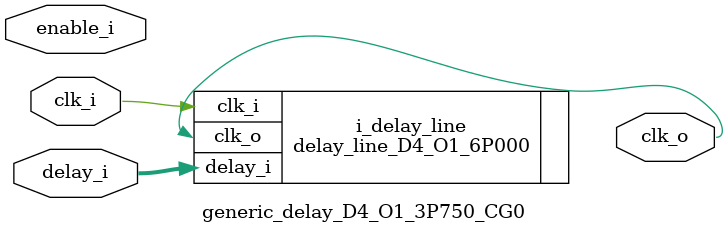
<source format=sv>


module generic_delay_D4_O1_3P750_CG0 (
  input  logic       clk_i,
  input  logic       enable_i,
  input  logic [4-1:0] delay_i,
  output logic [1-1:0] clk_o
);

  delay_line_D4_O1_6P000 i_delay_line (
    .clk_i,
    .delay_i,
    .clk_o
  );

endmodule
</source>
